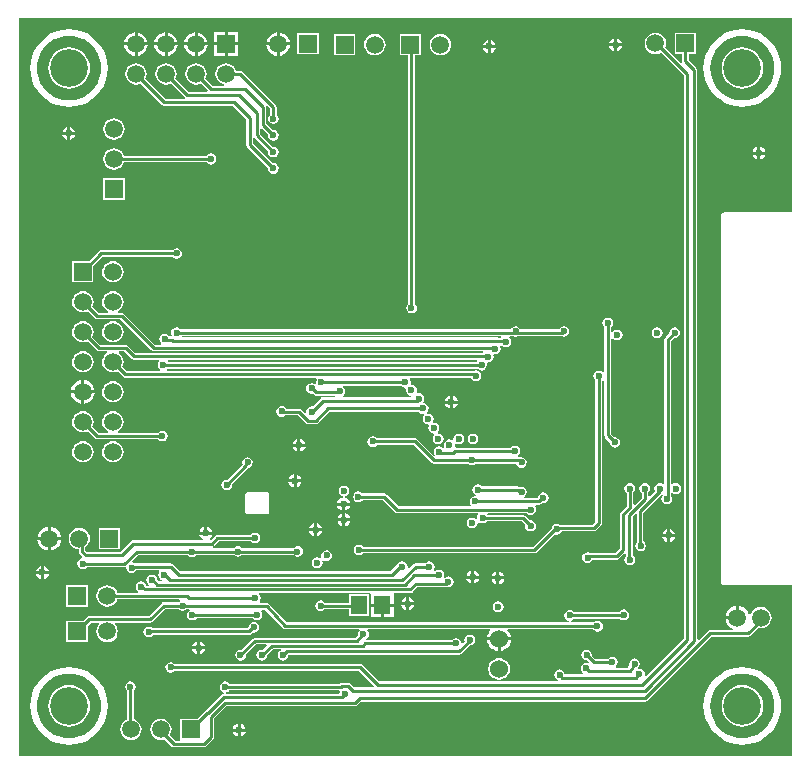
<source format=gbl>
%FSTAX23Y23*%
%MOIN*%
%SFA1B1*%

%IPPOS*%
%ADD10C,0.010000*%
%ADD82R,0.059060X0.059060*%
%ADD83C,0.059060*%
%ADD84C,0.060000*%
%ADD85R,0.059060X0.059060*%
%ADD86C,0.023620*%
%ADD87C,0.125980*%
%ADD88R,0.055120X0.059060*%
%LNmoveh_messkette_einseitig_v2-1*%
%LPD*%
G36*
X02587Y01822D02*
X02362D01*
X02357Y01821*
X02354Y01818*
X02351Y01815*
X02351Y01811*
Y0059*
X02351Y00586*
X02354Y00582*
X02357Y0058*
X02362Y00579*
X02587*
Y00011*
X00011*
Y02469*
X02587*
Y01822*
G37*
%LNmoveh_messkette_einseitig_v2-2*%
%LPC*%
G36*
X00879Y02422D02*
Y02388D01*
X00913*
X00912Y02393*
X00908Y02403*
X00902Y02411*
X00893Y02417*
X00884Y02421*
X00879Y02422*
G37*
G36*
X00739Y02422D02*
X00705D01*
Y02388*
X00739*
Y02422*
G37*
G36*
X00505Y02422D02*
Y02388D01*
X00539*
X00538Y02393*
X00534Y02403*
X00528Y02411*
X00519Y02417*
X0051Y02421*
X00505Y02422*
G37*
G36*
X00405D02*
Y02388D01*
X00439*
X00438Y02393*
X00434Y02403*
X00428Y02411*
X00419Y02417*
X0041Y02421*
X00405Y02422*
G37*
G36*
X00605D02*
Y02388D01*
X00639*
X00638Y02393*
X00634Y02403*
X00628Y02411*
X00619Y02417*
X0061Y02421*
X00605Y02422*
G37*
G36*
X00395D02*
X00389Y02421D01*
X0038Y02417*
X00371Y02411*
X00365Y02403*
X00361Y02393*
X0036Y02388*
X00395*
Y02422*
G37*
G36*
X00595D02*
X00589Y02421D01*
X0058Y02417*
X00571Y02411*
X00565Y02403*
X00561Y02393*
X0056Y02388*
X00595*
Y02422*
G37*
G36*
X00495D02*
X00489Y02421D01*
X0048Y02417*
X00471Y02411*
X00465Y02403*
X00461Y02393*
X0046Y02388*
X00495*
Y02422*
G37*
G36*
X00869D02*
X00863Y02421D01*
X00854Y02417*
X00845Y02411*
X00839Y02403*
X00835Y02393*
X00834Y02388*
X00869*
Y02422*
G37*
G36*
X00695Y02422D02*
X0066D01*
Y02388*
X00695*
Y02422*
G37*
G36*
X02004Y02402D02*
Y02386D01*
X0202*
X02019Y02389*
X02014Y02396*
X02007Y02401*
X02004Y02402*
G37*
G36*
X01994D02*
X0199Y02401D01*
X01983Y02396*
X01978Y02389*
X01977Y02386*
X01994*
Y02402*
G37*
G36*
X01582Y02396D02*
Y0238D01*
X01599*
X01598Y02383*
X01593Y0239*
X01586Y02395*
X01582Y02396*
G37*
G36*
X01572D02*
X01569Y02395D01*
X01562Y0239*
X01557Y02383*
X01556Y0238*
X01572*
Y02396*
G37*
G36*
X0202Y02376D02*
X02004D01*
Y02359*
X02007Y0236*
X02014Y02365*
X02019Y02372*
X0202Y02376*
G37*
G36*
X01994D02*
X01977D01*
X01978Y02372*
X01983Y02365*
X0199Y0236*
X01994Y02359*
Y02376*
G37*
G36*
X01599Y0237D02*
X01582D01*
Y02353*
X01586Y02354*
X01593Y02359*
X01598Y02366*
X01599Y0237*
G37*
G36*
X01572D02*
X01556D01*
X01557Y02366*
X01562Y02359*
X01569Y02354*
X01572Y02353*
Y0237*
G37*
G36*
X01009Y02418D02*
X00938D01*
Y02348*
X01009*
Y02418*
G37*
G36*
X01131Y02417D02*
X0106D01*
Y02346*
X01131*
Y02417*
G37*
G36*
X01414Y02417D02*
X01405Y02416D01*
X01397Y02412*
X01389Y02407*
X01384Y02399*
X0138Y02391*
X01379Y02381*
X0138Y02372*
X01384Y02364*
X01389Y02356*
X01397Y0235*
X01405Y02347*
X01414Y02346*
X01424Y02347*
X01432Y0235*
X0144Y02356*
X01445Y02364*
X01449Y02372*
X0145Y02381*
X01449Y02391*
X01445Y02399*
X0144Y02407*
X01432Y02412*
X01424Y02416*
X01414Y02417*
G37*
G36*
X01196D02*
X01187Y02416D01*
X01178Y02412*
X01171Y02407*
X01165Y02399*
X01161Y02391*
X0116Y02381*
X01161Y02372*
X01165Y02364*
X01171Y02356*
X01178Y0235*
X01187Y02347*
X01196Y02346*
X01205Y02347*
X01214Y0235*
X01221Y02356*
X01227Y02364*
X0123Y02372*
X01232Y02381*
X0123Y02391*
X01227Y02399*
X01221Y02407*
X01214Y02412*
X01205Y02416*
X01196Y02417*
G37*
G36*
X00595Y02378D02*
X0056D01*
X00561Y02373*
X00565Y02363*
X00571Y02355*
X0058Y02348*
X00589Y02344*
X00595Y02344*
Y02378*
G37*
G36*
X00495D02*
X0046D01*
X00461Y02373*
X00465Y02363*
X00471Y02355*
X0048Y02348*
X00489Y02344*
X00495Y02344*
Y02378*
G37*
G36*
X00395D02*
X0036D01*
X00361Y02373*
X00365Y02363*
X00371Y02355*
X0038Y02348*
X00389Y02344*
X00395Y02344*
Y02378*
G37*
G36*
X00913D02*
X00879D01*
Y02344*
X00884Y02344*
X00893Y02348*
X00902Y02355*
X00908Y02363*
X00912Y02373*
X00913Y02378*
G37*
G36*
X00869D02*
X00834D01*
X00835Y02373*
X00839Y02363*
X00845Y02355*
X00854Y02348*
X00863Y02344*
X00869Y02344*
Y02378*
G37*
G36*
X00639D02*
X00605D01*
Y02344*
X0061Y02344*
X00619Y02348*
X00628Y02355*
X00634Y02363*
X00638Y02373*
X00639Y02378*
G37*
G36*
X00539D02*
X00505D01*
Y02344*
X0051Y02344*
X00519Y02348*
X00528Y02355*
X00534Y02363*
X00538Y02373*
X00539Y02378*
G37*
G36*
X00439D02*
X00405D01*
Y02344*
X0041Y02344*
X00419Y02348*
X00428Y02355*
X00434Y02363*
X00438Y02373*
X00439Y02378*
G37*
G36*
X00739D02*
X00705D01*
Y02343*
X00739*
Y02378*
G37*
G36*
X00695D02*
X0066D01*
Y02343*
X00695*
Y02378*
G37*
G36*
X007Y02319D02*
X0069Y02317D01*
X00682Y02314*
X00674Y02308*
X00669Y02301*
X00665Y02292*
X00664Y02283*
X00665Y02274*
X00669Y02265*
X00674Y02258*
X00682Y02252*
X0069Y02248*
X00694Y02248*
X00694Y02243*
X00655*
X00631Y02267*
X00634Y02274*
X00635Y02283*
X00634Y02292*
X0063Y02301*
X00625Y02308*
X00617Y02314*
X00609Y02317*
X006Y02319*
X0059Y02317*
X00582Y02314*
X00574Y02308*
X00569Y02301*
X00565Y02292*
X00564Y02283*
X00565Y02274*
X00569Y02265*
X00574Y02258*
X00582Y02252*
X0059Y02248*
X006Y02247*
X00609Y02248*
X00616Y02251*
X00639Y02228*
X00636Y02223*
X00575*
X00531Y02267*
X00534Y02274*
X00535Y02283*
X00534Y02292*
X0053Y02301*
X00525Y02308*
X00517Y02314*
X00509Y02317*
X005Y02319*
X0049Y02317*
X00482Y02314*
X00474Y02308*
X00469Y02301*
X00465Y02292*
X00464Y02283*
X00465Y02274*
X00469Y02265*
X00474Y02258*
X00482Y02252*
X0049Y02248*
X005Y02247*
X00509Y02248*
X00516Y02251*
X00562Y02205*
X00562Y02203*
X0056Y022*
X00499*
X00431Y02267*
X00434Y02274*
X00435Y02283*
X00434Y02292*
X0043Y02301*
X00425Y02308*
X00417Y02314*
X00409Y02317*
X004Y02319*
X0039Y02317*
X00382Y02314*
X00374Y02308*
X00369Y02301*
X00365Y02292*
X00364Y02283*
X00365Y02274*
X00369Y02265*
X00374Y02258*
X00382Y02252*
X0039Y02248*
X004Y02247*
X00409Y02248*
X00416Y02251*
X00486Y02181*
X0049Y02178*
X00494Y02177*
X00723*
X00768Y02133*
Y02047*
Y02047*
X00769Y02042*
X00771Y02039*
X0084Y0197*
X0084Y01968*
X00841Y01961*
X00845Y01955*
X00851Y01951*
X00858Y0195*
X00865Y01951*
X00871Y01955*
X00874Y01961*
X00876Y01968*
X00874Y01975*
X00871Y01981*
X00865Y01985*
X00858Y01986*
X00856Y01986*
X0079Y02051*
Y02068*
X00794Y0207*
X00795Y0207*
X0084Y02025*
X0084Y02023*
X00841Y02016*
X00845Y0201*
X00851Y02006*
X00858Y02005*
X00865Y02006*
X00871Y0201*
X00874Y02016*
X00876Y02023*
X00874Y0203*
X00871Y02036*
X00865Y0204*
X00858Y02041*
X00856Y02041*
X00814Y02083*
Y02099*
X00819Y02102*
X0084Y0208*
X0084Y02078*
X00841Y02071*
X00845Y02065*
X00851Y02062*
X00858Y0206*
X00865Y02062*
X00871Y02065*
X00874Y02071*
X00876Y02078*
X00874Y02085*
X00871Y02091*
X00865Y02095*
X00858Y02096*
X00856Y02096*
X00833Y02118*
Y02173*
X00833Y02175*
X00838Y02177*
X00847Y02168*
Y02148*
X00845Y02147*
X00841Y02141*
X0084Y02134*
X00841Y02127*
X00845Y02122*
X00851Y02118*
X00858Y02116*
X00865Y02118*
X00871Y02122*
X00874Y02127*
X00876Y02134*
X00874Y02141*
X00871Y02147*
X00869Y02148*
Y02173*
X00868Y02177*
X00866Y02181*
X00755Y02291*
X00752Y02293*
X00748Y02294*
X00733*
X0073Y02301*
X00725Y02308*
X00717Y02314*
X00709Y02317*
X007Y02319*
G37*
G36*
X02421Y02432D02*
X02401Y0243D01*
X02381Y02426*
X02362Y02418*
X02345Y02407*
X02329Y02394*
X02316Y02379*
X02305Y02361*
X02298Y02343*
X02293Y02323*
X02291Y02303*
X02293Y02282*
X02298Y02263*
X02305Y02244*
X02316Y02227*
X02329Y02211*
X02345Y02198*
X02362Y02187*
X02381Y0218*
X02401Y02175*
X02421Y02173*
X02441Y02175*
X02461Y0218*
X0248Y02187*
X02497Y02198*
X02512Y02211*
X02525Y02227*
X02536Y02244*
X02544Y02263*
X02549Y02282*
X0255Y02303*
X02549Y02323*
X02544Y02343*
X02536Y02361*
X02525Y02379*
X02512Y02394*
X02497Y02407*
X0248Y02418*
X02461Y02426*
X02441Y0243*
X02421Y02432*
G37*
G36*
X00177D02*
X00156Y0243D01*
X00137Y02426*
X00118Y02418*
X00101Y02407*
X00085Y02394*
X00072Y02379*
X00061Y02361*
X00054Y02343*
X00049Y02323*
X00047Y02303*
X00049Y02282*
X00054Y02263*
X00061Y02244*
X00072Y02227*
X00085Y02211*
X00101Y02198*
X00118Y02187*
X00137Y0218*
X00156Y02175*
X00177Y02173*
X00197Y02175*
X00217Y0218*
X00235Y02187*
X00253Y02198*
X00268Y02211*
X00281Y02227*
X00292Y02244*
X003Y02263*
X00304Y02282*
X00306Y02303*
X00304Y02323*
X003Y02343*
X00292Y02361*
X00281Y02379*
X00268Y02394*
X00253Y02407*
X00235Y02418*
X00217Y02426*
X00197Y0243*
X00177Y02432*
G37*
G36*
X00181Y02106D02*
Y0209D01*
X00197*
X00196Y02094*
X00191Y02101*
X00184Y02106*
X00181Y02106*
G37*
G36*
X00171D02*
X00167Y02106D01*
X0016Y02101*
X00155Y02094*
X00154Y0209*
X00171*
Y02106*
G37*
G36*
X00197Y0208D02*
X00181D01*
Y02064*
X00184Y02065*
X00191Y02069*
X00196Y02077*
X00197Y0208*
G37*
G36*
X00171D02*
X00154D01*
X00155Y02077*
X0016Y02069*
X00167Y02065*
X00171Y02064*
Y0208*
G37*
G36*
X00326Y02135D02*
X00317Y02134D01*
X00308Y0213*
X00301Y02125*
X00295Y02117*
X00292Y02109*
X00291Y021*
X00292Y0209*
X00295Y02082*
X00301Y02074*
X00308Y02069*
X00317Y02065*
X00326Y02064*
X00336Y02065*
X00344Y02069*
X00352Y02074*
X00357Y02082*
X00361Y0209*
X00362Y021*
X00361Y02109*
X00357Y02117*
X00352Y02125*
X00344Y0213*
X00336Y02134*
X00326Y02135*
G37*
G36*
X02481Y0204D02*
Y02024D01*
X02497*
X02496Y02028*
X02492Y02035*
X02484Y0204*
X02481Y0204*
G37*
G36*
X02471D02*
X02467Y0204D01*
X0246Y02035*
X02455Y02028*
X02455Y02024*
X02471*
Y0204*
G37*
G36*
X02497Y02014D02*
X02481D01*
Y01998*
X02484Y01999*
X02492Y02003*
X02496Y02011*
X02497Y02014*
G37*
G36*
X02471D02*
X02455D01*
X02455Y02011*
X0246Y02003*
X02467Y01999*
X02471Y01998*
Y02014*
G37*
G36*
X00326Y02035D02*
X00317Y02034D01*
X00308Y0203*
X00301Y02025*
X00295Y02017*
X00292Y02009*
X00291Y02*
X00292Y0199*
X00295Y01982*
X00301Y01974*
X00308Y01969*
X00317Y01965*
X00326Y01964*
X00336Y01965*
X00344Y01969*
X00352Y01974*
X00357Y01982*
X0036Y01988*
X00635*
X00636Y01987*
X00642Y01983*
X00649Y01981*
X00656Y01983*
X00662Y01987*
X00666Y01993*
X00667Y02*
X00666Y02006*
X00662Y02012*
X00656Y02016*
X00649Y02018*
X00642Y02016*
X00636Y02012*
X00635Y02011*
X0036*
X00357Y02017*
X00352Y02025*
X00344Y0203*
X00336Y02034*
X00326Y02035*
G37*
G36*
X00362Y01935D02*
X00291D01*
Y01864*
X00362*
Y01935*
G37*
G36*
X00535Y01703D02*
X00528Y01701D01*
X00522Y01697*
X00521Y01696*
X00284*
X0028Y01695*
X00276Y01692*
X00242Y01659*
X00187*
Y01588*
X00258*
Y01643*
X00288Y01673*
X00521*
X00522Y01672*
X00528Y01668*
X00535Y01666*
X00542Y01668*
X00548Y01672*
X00552Y01678*
X00553Y01685*
X00552Y01691*
X00548Y01697*
X00542Y01701*
X00535Y01703*
G37*
G36*
X00323Y01659D02*
X00314Y01658D01*
X00305Y01654*
X00298Y01649*
X00292Y01641*
X00288Y01633*
X00287Y01623*
X00288Y01614*
X00292Y01606*
X00298Y01598*
X00305Y01593*
X00314Y01589*
X00323Y01588*
X00332Y01589*
X00341Y01593*
X00348Y01598*
X00354Y01606*
X00357Y01614*
X00359Y01623*
X00357Y01633*
X00354Y01641*
X00348Y01649*
X00341Y01654*
X00332Y01658*
X00323Y01659*
G37*
G36*
Y01559D02*
X00314Y01558D01*
X00305Y01554*
X00298Y01549*
X00292Y01541*
X00288Y01533*
X00287Y01523*
X00288Y01514*
X00292Y01506*
X00298Y01498*
X00305Y01493*
X00306Y01492*
X00305Y01487*
X00275*
X00254Y01507*
X00257Y01514*
X00259Y01523*
X00257Y01533*
X00254Y01541*
X00248Y01549*
X00241Y01554*
X00232Y01558*
X00223Y01559*
X00214Y01558*
X00205Y01554*
X00198Y01549*
X00192Y01541*
X00188Y01533*
X00187Y01523*
X00188Y01514*
X00192Y01506*
X00198Y01498*
X00205Y01493*
X00214Y01489*
X00223Y01488*
X00232Y01489*
X00239Y01492*
X00263Y01468*
X00266Y01466*
X0027Y01465*
X00348*
X00451Y01362*
X00451*
X00455Y01359*
X00459Y01358*
X00472*
X01555*
X01558Y01353*
X01557Y01353*
X00398*
X00374Y01377*
X0037Y0138*
X00366Y01381*
X00281*
X00254Y01407*
X00257Y01414*
X00259Y01423*
X00257Y01433*
X00254Y01441*
X00248Y01449*
X00241Y01454*
X00232Y01458*
X00223Y01459*
X00214Y01458*
X00205Y01454*
X00198Y01449*
X00192Y01441*
X00188Y01433*
X00187Y01423*
X00188Y01414*
X00192Y01406*
X00198Y01398*
X00205Y01393*
X00214Y01389*
X00223Y01388*
X00232Y01389*
X00239Y01392*
X00269Y01362*
X00272Y01359*
X00277Y01358*
X00302*
X00304Y01353*
X00298Y01349*
X00292Y01341*
X00288Y01333*
X00287Y01323*
X00288Y01314*
X00292Y01306*
X00298Y01298*
X00305Y01293*
X00314Y01289*
X00323Y01288*
X00332Y01289*
X00339Y01292*
X00356Y01274*
X0036Y01272*
X00364Y01271*
X01001*
X01004Y01266*
X01002Y01262*
X01Y01255*
X01001Y01251*
X01Y0125*
X00996Y01248*
X00992Y01251*
X00985Y01253*
X00978Y01251*
X00972Y01248*
X00968Y01242*
X00967Y01235*
X00968Y01228*
X00972Y01222*
X00978Y01218*
X00985Y01217*
X0099Y01218*
X00993Y01214*
X00997Y01212*
X01001Y01211*
X01063*
X01063Y01211*
X01061Y01206*
X01023*
X01018Y01205*
X01015Y01202*
X00987Y01174*
X00985Y01175*
X00978Y01173*
X00972Y01169*
X00968Y01163*
X00967Y01157*
X00967Y01155*
X00962Y01153*
X00952Y01164*
X00948Y01166*
X00944Y01167*
X00902*
X00899Y01171*
X00893Y01175*
X00886Y01176*
X00879Y01175*
X00874Y01171*
X0087Y01165*
X00868Y01158*
X0087Y01151*
X00874Y01145*
X00879Y01141*
X00886Y0114*
X00893Y01141*
X00898Y01145*
X00939*
X00965Y01119*
X00969Y01116*
X00973Y01115*
X00973*
X00999*
X00999*
X01003Y01116*
X01006Y01119*
X01044Y01157*
X01343*
X01344Y01155*
X0135Y01151*
X01357Y0115*
X01358Y0115*
X01359Y01148*
X0136Y01145*
X01357Y0114*
X01355Y01133*
X01357Y01126*
X01361Y01121*
X01367Y01117*
X01374Y01115*
X01374Y01115*
X01377Y01111*
X01375Y01109*
X01374Y01102*
X01375Y01095*
X01379Y01089*
X01385Y01085*
X01392Y01084*
X01392Y01084*
X01394Y01079*
X01394Y01079*
X0139Y01073*
X01389Y01066*
X0139Y01059*
X01394Y01054*
X014Y0105*
X01407Y01048*
X01414Y0105*
X0142Y01054*
X01424Y01059*
X01425Y01066*
X01424Y01073*
X0142Y01079*
X01414Y01083*
X01407Y01084*
X01407Y01084*
X01405Y01089*
X01405Y01089*
X01409Y01095*
X0141Y01102*
X01409Y01109*
X01405Y01115*
X01399Y01119*
X01392Y0112*
X01392Y0112*
X01389Y01124*
X0139Y01126*
X01392Y01133*
X0139Y0114*
X01386Y01146*
X0138Y0115*
X01374Y01151*
X01373Y01151*
X01371Y01153*
X0137Y01156*
X01373Y01161*
X01375Y01168*
X01373Y01175*
X0137Y01181*
X01364Y01185*
X01359Y01186*
X01356Y0119*
X01356Y01191*
X01359Y01194*
X0136Y01201*
X01359Y01208*
X01355Y01214*
X01349Y01218*
X01342Y01219*
X01339Y01219*
X01339Y01219*
X01336Y01223*
X01336Y01228*
X01335Y01235*
X01331Y01241*
X01325Y01245*
X01318Y01246*
X01318Y01246*
X01315Y0125*
X01316Y01255*
X01314Y01262*
X01312Y01266*
X01314Y01271*
X01515*
X01515Y0127*
X01519Y01264*
X01525Y0126*
X01532Y01259*
X01539Y0126*
X01545Y01264*
X01549Y0127*
X0155Y01277*
X01549Y01284*
X01545Y0129*
X01539Y01294*
X01532Y01295*
X01525Y01294*
X01524Y01293*
X00503*
X00502Y01298*
X00503Y013*
X00503Y013*
X00504Y01301*
X00505Y01301*
X01538*
X01539Y013*
X01545Y01296*
X01552Y01294*
X01559Y01296*
X01564Y013*
X01568Y01306*
X0157Y01313*
X01569Y01318*
X01571Y01321*
X01572Y01322*
X01574Y01322*
X01581Y01323*
X01587Y01327*
X01591Y01333*
X01592Y0134*
X01591Y01345*
X01595Y01349*
X01595Y01349*
X01597Y01349*
X01604Y0135*
X0161Y01354*
X01614Y0136*
X01615Y01367*
X01614Y01374*
X01612Y01376*
X01615Y0138*
X01619Y0138*
X01621Y01377*
X01626Y01374*
X01633Y01372*
X0164Y01374*
X01646Y01377*
X0165Y01383*
X01651Y0139*
X0165Y01397*
X01646Y01403*
X01644Y01405*
X01645Y0141*
X01656*
X01658Y01408*
X01665Y01407*
X01672Y01408*
X01674Y0141*
X01817*
X01819Y01408*
X01826Y01407*
X01833Y01408*
X01839Y01412*
X01843Y01418*
X01844Y01425*
X01843Y01432*
X01839Y01437*
X01833Y01441*
X01826Y01443*
X01819Y01441*
X01814Y01437*
X0181Y01432*
X01681*
X01678Y01437*
X01672Y01441*
X01665Y01443*
X01658Y01441*
X01652Y01437*
X01648Y01432*
X00549*
X00548Y01434*
X00542Y01437*
X00535Y01439*
X00528Y01437*
X00522Y01434*
X00518Y01428*
X00517Y01421*
X00518Y01414*
X00519Y01413*
X00516Y01408*
X00511*
X00508Y01412*
X00503Y01416*
X00496Y01417*
X00489Y01416*
X00483Y01412*
X00479Y01406*
X00478Y01399*
X00479Y01392*
X00483Y01386*
X00484Y01386*
X00482Y01381*
X00464*
X00361Y01484*
X00357Y01486*
X00353Y01487*
X0034*
X00339Y01492*
X00341Y01493*
X00348Y01498*
X00354Y01506*
X00357Y01514*
X00359Y01523*
X00357Y01533*
X00354Y01541*
X00348Y01549*
X00341Y01554*
X00332Y01558*
X00323Y01559*
G37*
G36*
X0135Y02417D02*
X01279D01*
Y02346*
X01307*
Y01517*
X01306Y01516*
X01302Y0151*
X013Y01503*
X01302Y01497*
X01306Y01491*
X01311Y01487*
X01318Y01485*
X01325Y01487*
X01331Y01491*
X01335Y01497*
X01336Y01503*
X01335Y0151*
X01331Y01516*
X0133Y01517*
Y02346*
X0135*
Y02417*
G37*
G36*
X02195Y01439D02*
X02188Y01437D01*
X02183Y01433*
X02179Y01427*
X02177Y0142*
X02178Y01419*
X02165Y01405*
X02162Y01402*
X02161Y01398*
Y00918*
X02156Y00915*
X02152Y00918*
X02146Y00919*
X02139Y00918*
X02133Y00914*
X02129Y00908*
X02128Y00901*
X02129Y00894*
X0213Y00892*
X02113Y00875*
X02108Y00877*
Y00888*
X02108Y00888*
X02112Y00894*
X02114Y00901*
X02112Y00908*
X02108Y00914*
X02102Y00918*
X02096Y00919*
X02089Y00918*
X02083Y00914*
X02079Y00908*
X02078Y00901*
X02079Y00894*
X02083Y00888*
X02086Y00886*
Y0087*
X02062Y00847*
X02058Y00849*
Y00888*
X02058Y00888*
X02062Y00894*
X02064Y00901*
X02062Y00908*
X02058Y00914*
X02052Y00918*
X02046Y00919*
X02039Y00918*
X02033Y00914*
X02029Y00908*
X02028Y00901*
X02029Y00894*
X02033Y00888*
X02036Y00886*
Y00843*
X02015Y00822*
X02013Y00819*
X02012Y00814*
Y00701*
X01997Y00686*
X01914*
X01912Y00687*
X01905Y00689*
X01898Y00687*
X01892Y00684*
X01888Y00678*
X01887Y00671*
X01888Y00664*
X01892Y00658*
X01898Y00654*
X01905Y00653*
X01912Y00654*
X01917Y00658*
X01921Y00664*
X02002*
X02006Y00665*
X0201Y00667*
X02028Y00686*
X02033Y00684*
Y00675*
X0203Y0067*
X02028Y00663*
X0203Y00656*
X02034Y0065*
X02039Y00646*
X02046Y00645*
X02053Y00646*
X02059Y0065*
X02063Y00656*
X02064Y00663*
X02063Y0067*
X02059Y00676*
X02056Y00678*
Y00809*
X02064Y00817*
X02069Y00815*
Y00722*
X02065Y00717*
X02064Y0071*
X02065Y00703*
X02069Y00697*
X02075Y00693*
X02082Y00692*
X02089Y00693*
X02095Y00697*
X02098Y00703*
X021Y0071*
X02098Y00717*
X02095Y00723*
X02091Y00725*
Y00821*
X02153Y00884*
X02158Y00882*
X02159Y0088*
X02156Y00878*
X02152Y00873*
X02151Y00866*
X02152Y00859*
X02156Y00853*
X02162Y00849*
X02169Y00848*
X02176Y00849*
X02182Y00853*
X02185Y00859*
X02187Y00866*
X02185Y00873*
X02183Y00876*
Y00885*
X02188Y00887*
X02193Y00884*
X02199Y00883*
X02206Y00884*
X02212Y00888*
X02216Y00894*
X02217Y00901*
X02216Y00908*
X02212Y00914*
X02206Y00918*
X02199Y00919*
X02193Y00918*
X02188Y00915*
X02183Y00918*
Y01393*
X02193Y01403*
X02195Y01402*
X02202Y01404*
X02208Y01408*
X02212Y01414*
X02213Y0142*
X02212Y01427*
X02208Y01433*
X02202Y01437*
X02195Y01439*
G37*
G36*
X02137Y01438D02*
X0213Y01437D01*
X02124Y01433*
X0212Y01427*
X02119Y0142*
X0212Y01413*
X02124Y01407*
X0213Y01403*
X02137Y01402*
X02144Y01403*
X02149Y01407*
X02153Y01413*
X02155Y0142*
X02153Y01427*
X02149Y01433*
X02144Y01437*
X02137Y01438*
G37*
G36*
X01972Y0147D02*
X01965Y01469D01*
X01959Y01465*
X01955Y01459*
X01954Y01452*
X01955Y01445*
X01959Y01439*
X01961Y01438*
Y01288*
X01956Y01286*
X01955Y01288*
X01949Y01292*
X01942Y01293*
X01935Y01292*
X01929Y01288*
X01925Y01282*
X01924Y01275*
X01925Y01268*
X01929Y01262*
X01931Y01261*
Y00791*
X0192Y00781*
X01811*
X01809Y00782*
X01802Y00783*
X01795Y00782*
X01789Y00778*
X01786Y00772*
X01785Y0077*
X01723Y00707*
X01157*
X01156Y00709*
X0115Y00713*
X01143Y00714*
X01136Y00713*
X0113Y00709*
X01127Y00703*
X01125Y00696*
X01127Y00689*
X0113Y00684*
X01136Y0068*
X01143Y00678*
X0115Y0068*
X01156Y00684*
X01157Y00685*
X01727*
X01727*
X01732Y00686*
X01735Y00688*
X01795Y00749*
X01795Y00749*
X01802Y00747*
X01809Y00749*
X01815Y00752*
X01819Y00758*
X01925*
X01929Y00759*
X01933Y00762*
X0195Y00779*
X01952Y00782*
X01953Y00787*
Y0126*
X01956Y01262*
X01961Y0126*
Y01078*
X01962Y01074*
X01964Y0107*
X01978Y01057*
X01978Y01055*
X01979Y01048*
X01983Y01042*
X01989Y01038*
X01996Y01037*
X02002Y01038*
X02008Y01042*
X02012Y01048*
X02014Y01055*
X02012Y01062*
X02008Y01067*
X02002Y01071*
X01996Y01073*
X01994Y01072*
X01983Y01083*
Y01402*
X01988Y01404*
X01991Y014*
X01997Y01396*
X02003Y01395*
X0201Y01396*
X02016Y014*
X0202Y01406*
X02022Y01413*
X0202Y0142*
X02016Y01426*
X0201Y0143*
X02003Y01431*
X01997Y0143*
X01991Y01426*
X01988Y01422*
X01983Y01423*
Y01438*
X01985Y01439*
X01989Y01445*
X0199Y01452*
X01989Y01459*
X01985Y01465*
X01979Y01469*
X01972Y0147*
G37*
G36*
X00323Y01459D02*
X00314Y01458D01*
X00305Y01454*
X00298Y01449*
X00292Y01441*
X00288Y01433*
X00287Y01423*
X00288Y01414*
X00292Y01406*
X00298Y01398*
X00305Y01393*
X00314Y01389*
X00323Y01388*
X00332Y01389*
X00341Y01393*
X00348Y01398*
X00354Y01406*
X00357Y01414*
X00359Y01423*
X00357Y01433*
X00354Y01441*
X00348Y01449*
X00341Y01454*
X00332Y01458*
X00323Y01459*
G37*
G36*
X00223Y01359D02*
X00214Y01358D01*
X00205Y01354*
X00198Y01349*
X00192Y01341*
X00188Y01333*
X00187Y01323*
X00188Y01314*
X00192Y01306*
X00198Y01298*
X00205Y01293*
X00214Y01289*
X00223Y01288*
X00232Y01289*
X00241Y01293*
X00248Y01298*
X00254Y01306*
X00257Y01314*
X00259Y01323*
X00257Y01333*
X00254Y01341*
X00248Y01349*
X00241Y01354*
X00232Y01358*
X00223Y01359*
G37*
G36*
X00228Y01263D02*
Y01228D01*
X00262*
X00261Y01234*
X00257Y01243*
X00251Y01252*
X00243Y01258*
X00233Y01262*
X00228Y01263*
G37*
G36*
X00218D02*
X00212Y01262D01*
X00203Y01258*
X00195Y01252*
X00188Y01243*
X00184Y01234*
X00184Y01228*
X00218*
Y01263*
G37*
G36*
X01455Y01211D02*
Y01194D01*
X01472*
X01471Y01198*
X01466Y01205*
X01459Y0121*
X01455Y01211*
G37*
G36*
X01445D02*
X01442Y0121D01*
X01435Y01205*
X0143Y01198*
X01429Y01194*
X01445*
Y01211*
G37*
G36*
X00323Y01259D02*
X00314Y01258D01*
X00305Y01254*
X00298Y01249*
X00292Y01241*
X00288Y01233*
X00287Y01223*
X00288Y01214*
X00292Y01206*
X00298Y01198*
X00305Y01193*
X00314Y01189*
X00323Y01188*
X00332Y01189*
X00341Y01193*
X00348Y01198*
X00354Y01206*
X00357Y01214*
X00359Y01223*
X00357Y01233*
X00354Y01241*
X00348Y01249*
X00341Y01254*
X00332Y01258*
X00323Y01259*
G37*
G36*
X00262Y01218D02*
X00228D01*
Y01184*
X00233Y01185*
X00243Y01189*
X00251Y01195*
X00257Y01204*
X00261Y01213*
X00262Y01218*
G37*
G36*
X00218D02*
X00184D01*
X00184Y01213*
X00188Y01204*
X00195Y01195*
X00203Y01189*
X00212Y01185*
X00218Y01184*
Y01218*
G37*
G36*
X01472Y01184D02*
X01455D01*
Y01168*
X01459Y01169*
X01466Y01174*
X01471Y01181*
X01472Y01184*
G37*
G36*
X01445D02*
X01429D01*
X0143Y01181*
X01435Y01174*
X01442Y01169*
X01445Y01168*
Y01184*
G37*
G36*
X00323Y01159D02*
X00314Y01158D01*
X00305Y01154*
X00298Y01149*
X00292Y01141*
X00288Y01133*
X00287Y01123*
X00288Y01114*
X00292Y01106*
X00298Y01098*
X00305Y01093*
X00306Y01092*
X00305Y01087*
X00275*
X00254Y01107*
X00257Y01114*
X00259Y01123*
X00257Y01133*
X00254Y01141*
X00248Y01149*
X00241Y01154*
X00232Y01158*
X00223Y01159*
X00214Y01158*
X00205Y01154*
X00198Y01149*
X00192Y01141*
X00188Y01133*
X00187Y01123*
X00188Y01114*
X00192Y01106*
X00198Y01098*
X00205Y01093*
X00214Y01089*
X00223Y01088*
X00232Y01089*
X00239Y01092*
X00262Y01068*
X00266Y01066*
X0027Y01065*
X00474*
X00475Y01063*
X00481Y01059*
X00488Y01058*
X00495Y01059*
X005Y01063*
X00504Y01069*
X00506Y01076*
X00504Y01083*
X005Y01089*
X00495Y01093*
X00488Y01094*
X00481Y01093*
X00475Y01089*
X00474Y01087*
X00341*
X0034Y01092*
X00341Y01093*
X00348Y01098*
X00354Y01106*
X00357Y01114*
X00359Y01123*
X00357Y01133*
X00354Y01141*
X00348Y01149*
X00341Y01154*
X00332Y01158*
X00323Y01159*
G37*
G36*
X01476Y01084D02*
X01469Y01083D01*
X01463Y01079*
X01459Y01073*
X01458Y01066*
X01458Y01065*
X01454Y01062*
X01451Y01063*
X01444Y01065*
X01437Y01063*
X01432Y0106*
X01428Y01054*
X01426Y01047*
X01428Y0104*
X01428Y0104*
X01424Y01037*
X01418Y01041*
X01411Y01042*
X01404Y01041*
X01398Y01037*
X01394Y01031*
X01393Y01024*
X01394Y01017*
X01396Y01014*
X01392Y01011*
X01338Y01065*
X01334Y01068*
X0133Y01069*
X01203*
X01202Y0107*
X01196Y01074*
X01189Y01076*
X01183Y01074*
X01177Y0107*
X01173Y01064*
X01171Y01058*
X01173Y01051*
X01177Y01045*
X01183Y01041*
X01189Y0104*
X01196Y01041*
X01202Y01045*
X01203Y01046*
X01326*
X01384Y00988*
X01388Y00985*
X01392Y00984*
X01505*
X01506Y00983*
X01512Y00979*
X01519Y00978*
X01526Y00979*
X01532Y00983*
X01533Y00984*
X01667*
X01668Y00981*
X01672Y00975*
X01678Y00971*
X01685Y0097*
X01691Y00971*
X01697Y00975*
X01701Y00981*
X01703Y00988*
X01701Y00995*
X01697Y01*
X01691Y01004*
X01685Y01006*
X01682Y01005*
X01681Y01006*
X01677Y01007*
X01674*
X01672Y01012*
X01675Y01013*
X01679Y01019*
X0168Y01026*
X01679Y01033*
X01675Y01039*
X01669Y01043*
X01662Y01044*
X01655Y01043*
X01649Y01039*
X01648Y01037*
X01465*
X01465Y01038*
X01462Y01042*
X01462Y01047*
X01462Y01048*
X01467Y01051*
X01469Y0105*
X01476Y01048*
X01483Y0105*
X01489Y01054*
X01493Y0106*
X01494Y01066*
X01493Y01073*
X01489Y01079*
X01483Y01083*
X01476Y01084*
G37*
G36*
X00948Y01067D02*
Y01051D01*
X00965*
X00964Y01054*
X00959Y01061*
X00952Y01066*
X00948Y01067*
G37*
G36*
X00938D02*
X00935Y01066D01*
X00928Y01061*
X00923Y01054*
X00922Y01051*
X00938*
Y01067*
G37*
G36*
X01523Y01084D02*
X01516Y01083D01*
X0151Y01079*
X01506Y01073*
X01505Y01066*
X01506Y01059*
X0151Y01054*
X01516Y0105*
X01523Y01048*
X0153Y0105*
X01536Y01054*
X0154Y01059*
X01541Y01066*
X0154Y01073*
X01536Y01079*
X0153Y01083*
X01523Y01084*
G37*
G36*
X00965Y01041D02*
X00948D01*
Y01025*
X00952Y01025*
X00959Y0103*
X00964Y01037*
X00965Y01041*
G37*
G36*
X00938D02*
X00922D01*
X00923Y01037*
X00928Y0103*
X00935Y01025*
X00938Y01025*
Y01041*
G37*
G36*
X00323Y01059D02*
X00314Y01058D01*
X00305Y01054*
X00298Y01049*
X00292Y01041*
X00288Y01033*
X00287Y01023*
X00288Y01014*
X00292Y01006*
X00298Y00998*
X00305Y00993*
X00314Y00989*
X00323Y00988*
X00332Y00989*
X00341Y00993*
X00348Y00998*
X00354Y01006*
X00357Y01014*
X00359Y01023*
X00357Y01033*
X00354Y01041*
X00348Y01049*
X00341Y01054*
X00332Y01058*
X00323Y01059*
G37*
G36*
X00223D02*
X00214Y01058D01*
X00205Y01054*
X00198Y01049*
X00192Y01041*
X00188Y01033*
X00187Y01023*
X00188Y01014*
X00192Y01006*
X00198Y00998*
X00205Y00993*
X00214Y00989*
X00223Y00988*
X00232Y00989*
X00241Y00993*
X00248Y00998*
X00254Y01006*
X00257Y01014*
X00259Y01023*
X00257Y01033*
X00254Y01041*
X00248Y01049*
X00241Y01054*
X00232Y01058*
X00223Y01059*
G37*
G36*
X00935Y00948D02*
Y00932D01*
X00951*
X0095Y00935*
X00945Y00942*
X00938Y00947*
X00935Y00948*
G37*
G36*
X00925D02*
X00921Y00947D01*
X00914Y00942*
X00909Y00935*
X00908Y00932*
X00925*
Y00948*
G37*
G36*
X00772Y01006D02*
X00765Y01004D01*
X00759Y01*
X00755Y00995*
X00754Y00988*
X00755Y00981*
X00704Y00931*
X00702Y00931*
X00695Y0093*
X00689Y00926*
X00686Y0092*
X00684Y00913*
X00686Y00906*
X00689Y009*
X00695Y00896*
X00702Y00895*
X00709Y00896*
X00715Y009*
X00719Y00906*
X0072Y00913*
X0072Y00915*
X00775Y0097*
X00775Y0097*
X00778Y00971*
X00784Y00975*
X00788Y00981*
X0079Y00988*
X00788Y00995*
X00784Y01*
X00778Y01004*
X00772Y01006*
G37*
G36*
X00951Y00922D02*
X00935D01*
Y00905*
X00938Y00906*
X00945Y00911*
X0095Y00918*
X00951Y00922*
G37*
G36*
X00925D02*
X00908D01*
X00909Y00918*
X00914Y00911*
X00921Y00906*
X00925Y00905*
Y00922*
G37*
G36*
X01093Y00911D02*
X01086Y0091D01*
X0108Y00906*
X01076Y009*
X01075Y00893*
X01076Y00886*
X0108Y0088*
X01086Y00877*
X0109Y00876*
X0109Y00871*
X01084Y00869*
X01076Y00865*
X01071Y00857*
X01071Y00854*
X01113*
X01113Y00857*
X01108Y00865*
X01101Y00869*
X01095Y00871*
Y00876*
X011Y00877*
X01106Y0088*
X0111Y00886*
X01111Y00893*
X0111Y009*
X01106Y00906*
X011Y0091*
X01093Y00911*
G37*
G36*
X01539Y00915D02*
X01532Y00914D01*
X01526Y0091*
X01522Y00904*
X01521Y00897*
X01522Y0089*
X01526Y00884*
X01532Y0088*
X01531Y00876*
X01524Y00874*
X01518Y00871*
X01514Y00865*
X01513Y00858*
X01514Y00851*
X01517Y00847*
X01514Y00842*
X01275*
X01236Y00881*
X01232Y00884*
X01228Y00885*
X01155*
X01154Y00886*
X01148Y0089*
X01141Y00892*
X01134Y0089*
X01128Y00886*
X01125Y0088*
X01123Y00874*
X01125Y00867*
X01128Y00861*
X01134Y00857*
X01141Y00855*
X01148Y00857*
X01154Y00861*
X01155Y00862*
X01223*
X01263Y00823*
X01266Y00821*
X0127Y0082*
X01539*
X01541Y00817*
X01541Y00815*
X01538Y0081*
X01537Y00803*
X01532Y008*
X01528Y00803*
X01521Y00804*
X01514Y00803*
X01508Y00799*
X01504Y00793*
X01503Y00786*
X01504Y00779*
X01508Y00773*
X01514Y00769*
X01521Y00768*
X01528Y00769*
X01534Y00773*
X01538Y00779*
X01539Y00786*
X01544Y00789*
X01548Y00786*
X01555Y00785*
X01562Y00786*
X01567Y0079*
X01569Y00792*
X01685*
X01697Y00779*
X01697Y00777*
X01698Y0077*
X01702Y00764*
X01708Y0076*
X01715Y00759*
X01722Y0076*
X01728Y00764*
X01732Y0077*
X01733Y00777*
X01732Y00784*
X01728Y0079*
X01722Y00794*
X01715Y00795*
X01713Y00795*
X01697Y00811*
X01694Y00813*
X0169Y00814*
X01573*
X01571Y00815*
X01572Y00817*
X01574Y0082*
X01701*
X01702Y00818*
X01708Y00814*
X01715Y00813*
X01722Y00814*
X01728Y00818*
X01732Y00824*
X01733Y00831*
X01732Y00838*
X01729Y00842*
X01732Y00847*
X01742*
X01746Y00848*
X0175Y0085*
X01752Y00853*
X01757Y00852*
X01764Y00853*
X0177Y00857*
X01774Y00863*
X01775Y0087*
X01774Y00876*
X0177Y00882*
X01764Y00886*
X01757Y00888*
X0175Y00886*
X01745Y00882*
X01741Y00876*
X0174Y00871*
X01737Y00869*
X01695*
X01694Y00874*
X01697Y00876*
X01701Y00882*
X01703Y00889*
X01701Y00896*
X01697Y00902*
X01691Y00906*
X01685Y00907*
X01679Y00906*
X01677Y00907*
X01673Y00908*
X01553*
X01552Y0091*
X01546Y00914*
X01539Y00915*
G37*
G36*
X01113Y00844D02*
X01097D01*
Y00828*
X01101Y00828*
X01108Y00833*
X01113Y0084*
X01113Y00844*
G37*
G36*
X01087D02*
X01071D01*
X01071Y0084*
X01076Y00833*
X01084Y00828*
X01087Y00828*
Y00844*
G37*
G36*
X00837Y00889D02*
X00771D01*
X00766Y00887*
X00764Y00882*
Y00822*
X00766Y00817*
X00771Y00815*
X00837*
X00842Y00817*
X00844Y00822*
Y00882*
X00842Y00887*
X00837Y00889*
G37*
G36*
X01098Y00818D02*
Y00802D01*
X01114*
X01114Y00805*
X01109Y00812*
X01102Y00817*
X01098Y00818*
G37*
G36*
X01088D02*
X01084Y00817D01*
X01077Y00812*
X01072Y00805*
X01072Y00802*
X01088*
Y00818*
G37*
G36*
X01114Y00792D02*
X01098D01*
Y00776*
X01102Y00776*
X01109Y00781*
X01114Y00788*
X01114Y00792*
G37*
G36*
X01088D02*
X01072D01*
X01072Y00788*
X01077Y00781*
X01084Y00776*
X01088Y00776*
Y00792*
G37*
G36*
X01004Y00786D02*
Y00769D01*
X0102*
X01019Y00773*
X01014Y0078*
X01007Y00785*
X01004Y00786*
G37*
G36*
X00994D02*
X0099Y00785D01*
X00983Y0078*
X00978Y00773*
X00977Y00769*
X00994*
Y00786*
G37*
G36*
X00637Y00774D02*
Y00757D01*
X00654*
X00653Y00761*
X00648Y00768*
X00641Y00773*
X00637Y00774*
G37*
G36*
X00627D02*
X00624Y00773D01*
X00617Y00768*
X00612Y00761*
X00611Y00757*
X00627*
Y00774*
G37*
G36*
X02181Y00766D02*
Y0075D01*
X02197*
X02196Y00753*
X02191Y0076*
X02184Y00765*
X02181Y00766*
G37*
G36*
X02171D02*
X02167Y00765D01*
X0216Y0076*
X02155Y00753*
X02154Y0075*
X02171*
Y00766*
G37*
G36*
X0102Y00759D02*
X01004D01*
Y00743*
X01007Y00744*
X01014Y00749*
X01019Y00756*
X0102Y00759*
G37*
G36*
X00994D02*
X00977D01*
X00978Y00756*
X00983Y00749*
X0099Y00744*
X00994Y00743*
Y00759*
G37*
G36*
X00116Y00773D02*
Y00739D01*
X0015*
X00149Y00744*
X00145Y00754*
X00139Y00762*
X0013Y00768*
X00121Y00772*
X00116Y00773*
G37*
G36*
X00106D02*
X001Y00772D01*
X00091Y00768*
X00082Y00762*
X00076Y00754*
X00072Y00744*
X00071Y00739*
X00106*
Y00773*
G37*
G36*
X02197Y0074D02*
X02181D01*
Y00723*
X02184Y00724*
X02191Y00729*
X02196Y00736*
X02197Y0074*
G37*
G36*
X02171D02*
X02154D01*
X02155Y00736*
X0216Y00729*
X02167Y00724*
X02171Y00723*
Y0074*
G37*
G36*
X00211Y00769D02*
X00201Y00768D01*
X00193Y00765*
X00185Y00759*
X0018Y00752*
X00176Y00743*
X00175Y00734*
X00176Y00725*
X0018Y00716*
X00185Y00708*
X00193Y00703*
X00201Y00699*
X00209Y00698*
Y00691*
X0021Y00686*
X00212Y00683*
X00221Y00674*
X00219Y00669*
X00215Y00668*
X00209Y00664*
X00205Y00658*
X00204Y00651*
X00205Y00644*
X00209Y00638*
X00215Y00634*
X00222Y00633*
X00229Y00634*
X00235Y00638*
X00236Y0064*
X00361*
X00363Y0064*
X00366Y00638*
X00367Y00637*
X00367Y00636*
X00369Y0063*
X00373Y00625*
X00378Y00621*
X00385Y00619*
X00392Y00621*
X00398Y00625*
X00401Y00629*
X00475*
X00477Y00624*
X00475Y00621*
X00474Y00614*
X00475Y00607*
X00479Y00601*
X00484Y00597*
X00485Y00597*
X00482Y00592*
X00475*
X0047Y00597*
X00469Y00602*
X00465Y00608*
X00459Y00612*
X00452Y00613*
X00445Y00612*
X00439Y00608*
X00436Y00602*
X00434Y00595*
X00436Y00588*
X00439Y00583*
X00442Y00581*
X00441Y00576*
X00435*
X00434Y00581*
X0043Y00587*
X00424Y00591*
X00417Y00592*
X0041Y00591*
X00404Y00587*
X004Y00581*
X00399Y00574*
X004Y00567*
X00404Y00562*
X00408Y00559*
X00406Y00554*
X00337*
X00335Y00561*
X00329Y00568*
X00322Y00574*
X00313Y00577*
X00304Y00579*
X00294Y00577*
X00286Y00574*
X00278Y00568*
X00273Y00561*
X00269Y00552*
X00268Y00543*
X00269Y00534*
X00273Y00525*
X00278Y00518*
X00286Y00512*
X00294Y00508*
X00304Y00507*
X00313Y00508*
X00322Y00512*
X00329Y00518*
X00335Y00525*
X00337Y00532*
X00544*
X00546Y00527*
X00542Y00524*
X00541Y00522*
X00493*
X00488Y00522*
X00485Y00519*
X00442Y00476*
X00244*
X0024Y00475*
X00236Y00473*
X00223Y0046*
X00168*
Y00389*
X00239*
Y00444*
X00249Y00454*
X00276*
X00278Y00449*
X00273Y00443*
X00269Y00434*
X00268Y00425*
X00269Y00415*
X00273Y00407*
X00278Y00399*
X00286Y00394*
X00294Y0039*
X00304Y00389*
X00313Y0039*
X00322Y00394*
X00329Y00399*
X00335Y00407*
X00338Y00415*
X00339Y00425*
X00338Y00434*
X00335Y00443*
X0033Y00449*
X00331Y00454*
X00446*
X00451Y00455*
X00454Y00457*
X00497Y005*
X00541*
X00542Y00499*
X00548Y00495*
X00555Y00493*
X00562Y00495*
X00567Y00499*
X00569Y005*
X00578*
X00579Y00495*
X00575Y00493*
X00571Y00487*
X0057Y0048*
X00571Y00473*
X00575Y00467*
X00581Y00463*
X00588Y00462*
X00595Y00463*
X00601Y00467*
X00603Y0047*
X00789*
X0079Y00468*
X00796Y00464*
X00803Y00463*
X0081Y00464*
X00815Y00468*
X00819Y00474*
X00821Y00481*
X00819Y00488*
X00817Y00492*
X00819Y00497*
X0083*
X0089Y00437*
X00894Y00434*
X00898Y00433*
X01143*
X01144Y0043*
X01145Y00428*
X01141Y00423*
X0114Y00416*
X0114Y00414*
X01131Y00404*
X00797*
X00792Y00403*
X00789Y00401*
X0075Y00363*
X00748Y00363*
X00742Y00362*
X00736Y00358*
X00732Y00352*
X0073Y00345*
X00732Y00338*
X00736Y00332*
X00742Y00328*
X00748Y00327*
X00755Y00328*
X00761Y00332*
X00765Y00338*
X00767Y00345*
X00766Y00347*
X00801Y00382*
X00834*
X00836Y00377*
X00821Y00363*
X00819Y00363*
X00812Y00362*
X00807Y00358*
X00803Y00352*
X00801Y00345*
X00803Y00338*
X00807Y00332*
X00812Y00328*
X00819Y00327*
X00826Y00328*
X00832Y00332*
X00836Y00338*
X00837Y00345*
X00837Y00347*
X00856Y00366*
X00882*
X00882Y00365*
X00882Y00361*
X00877Y00358*
X00873Y00352*
X00872Y00345*
X00873Y00338*
X00877Y00332*
X00883Y00328*
X0089Y00327*
X00897Y00328*
X00903Y00332*
X00907Y00338*
X00908Y00345*
X0091Y00347*
X01477*
X01481Y00348*
X01485Y0035*
X01514Y00378*
X01519Y0038*
X01525Y00383*
X01529Y00389*
X0153Y00396*
X01529Y00403*
X01525Y00409*
X01519Y00413*
X01512Y00414*
X01505Y00413*
X01499Y00409*
X01496Y00403*
X01494Y00396*
X01495Y00391*
X01489Y00385*
X01484Y00387*
X01483Y00391*
X01479Y00397*
X01473Y00401*
X01466Y00403*
X01459Y00401*
X01453Y00397*
X01452Y00396*
X01169*
X01167Y00401*
X01171Y00403*
X01175Y00409*
X01176Y00416*
X01175Y00423*
X01171Y00428*
X01171Y0043*
X01173Y00433*
X0158*
X01582Y00429*
X01581Y00428*
X01575Y0042*
X01571Y0041*
X0157Y00405*
X01649*
X01649Y0041*
X01645Y0042*
X01638Y00428*
X01638Y00429*
X01639Y00433*
X01923*
X01926Y0043*
X01932Y00426*
X01938Y00424*
X01945Y00426*
X01951Y0043*
X01955Y00436*
X01957Y00442*
X01955Y00449*
X01951Y00455*
X01945Y00459*
X01938Y0046*
X01932Y00459*
X01926Y00456*
X0185*
X01849Y00461*
X01852Y00461*
X01858Y00465*
X01859Y00467*
X02013*
X02018Y00463*
X02025Y00462*
X02032Y00463*
X02038Y00467*
X02042Y00473*
X02043Y0048*
X02042Y00487*
X02038Y00493*
X02032Y00497*
X02025Y00498*
X02018Y00497*
X02012Y00493*
X0201Y00489*
X01859*
X01858Y00491*
X01852Y00495*
X01846Y00496*
X01839Y00495*
X01833Y00491*
X01829Y00485*
X01828Y00478*
X01829Y00471*
X01833Y00465*
X01839Y00461*
X01842Y00461*
X01841Y00456*
X00903*
X00843Y00516*
X00839Y00518*
X00835Y00519*
X00814*
X00812Y00524*
X00814Y00528*
X00816Y00535*
X00814Y00542*
X00811Y00548*
X00809Y00549*
X00811Y00554*
X01179*
X01183Y00549*
Y00517*
X01221*
X01259*
Y00549*
Y00552*
X01263Y00554*
X01314*
X01319Y00554*
X01322Y00557*
X01338Y00572*
X01435*
X01438Y00573*
X01441Y00572*
X01448Y00573*
X01454Y00577*
X01458Y00583*
X01459Y0059*
X01458Y00597*
X01454Y00603*
X01448Y00607*
X01441Y00608*
X01435Y00607*
X0143Y00604*
X01429Y00604*
X01426Y00607*
X01427Y00613*
X01426Y0062*
X01422Y00625*
X01416Y00629*
X01409Y00631*
X01402Y00629*
X01397Y00626*
X01395Y00626*
X01393Y0063*
X01393Y00632*
X01394Y00634*
X01396Y00641*
X01394Y00647*
X0139Y00653*
X01384Y00657*
X01377Y00659*
X01371Y00657*
X01365Y00653*
X01364Y00652*
X01332*
X01328Y00651*
X01324Y00648*
X01309Y00633*
X01304Y00636*
X01305Y0064*
X01304Y00647*
X013Y00653*
X01294Y00657*
X01287Y00658*
X0128Y00657*
X01274Y00653*
X0127Y00647*
X0127Y00647*
X01248Y00625*
X00547*
X00524Y00648*
X0052Y00651*
X00516Y00652*
X00396*
X00392Y00654*
X00388Y00655*
X00386Y0066*
X00406Y0068*
X00573*
X00574Y00678*
X0058Y00674*
X00587Y00672*
X00594Y00674*
X006Y00678*
X00602Y0068*
X00725*
X00726Y00678*
X00732Y00675*
X00739Y00673*
X00746Y00675*
X00751Y00678*
X00753Y0068*
X00925*
X00926Y00679*
X00932Y00675*
X00938Y00673*
X00945Y00675*
X00951Y00679*
X00955Y00685*
X00957Y00691*
X00955Y00698*
X00951Y00704*
X00945Y00708*
X00938Y00709*
X00932Y00708*
X00926Y00704*
X00925Y00703*
X00752*
X00751Y00704*
X00746Y00708*
X00739Y00709*
X00732Y00708*
X00726Y00704*
X00725Y00703*
X00658*
X00658Y00704*
X00657Y00708*
X0066Y00709*
X00675Y00725*
X00782*
X00783Y00723*
X00789Y00719*
X00796Y00718*
X00803Y00719*
X00809Y00723*
X00813Y00729*
X00814Y00736*
X00813Y00743*
X00809Y00749*
X00803Y00753*
X00796Y00754*
X00789Y00753*
X00783Y00749*
X00782Y00747*
X00671*
X00667Y00746*
X00663Y00744*
X00649Y0073*
X00648Y00731*
X00647Y00736*
X00648Y00737*
X00653Y00744*
X00654Y00747*
X00611*
X00612Y00744*
X00617Y00737*
X00622Y00733*
X0062Y00728*
X00391*
X00387Y00728*
X00384Y00725*
X00347Y00689*
X00237*
X00231Y00695*
Y00705*
X00236Y00708*
X00241Y00716*
X00245Y00725*
X00246Y00734*
X00245Y00743*
X00241Y00752*
X00236Y00759*
X00228Y00765*
X0022Y00768*
X00211Y00769*
G37*
G36*
X00346Y00769D02*
X00275D01*
Y00698*
X00346*
Y00769*
G37*
G36*
X00106Y00729D02*
X00071D01*
X00072Y00723*
X00076Y00714*
X00082Y00706*
X00091Y00699*
X001Y00695*
X00106Y00695*
Y00729*
G37*
G36*
X0015D02*
X00116D01*
Y00695*
X00121Y00695*
X0013Y00699*
X00139Y00706*
X00145Y00714*
X00149Y00723*
X0015Y00729*
G37*
G36*
X01035Y00696D02*
X01028Y00694D01*
X01022Y0069*
X01018Y00684*
X01017Y00678*
X01018Y00672*
X01016Y00669*
X01014Y00668*
X0101Y00671*
X01003Y00672*
X00997Y00671*
X00991Y00667*
X00987Y00661*
X00985Y00654*
X00987Y00647*
X00991Y00641*
X00997Y00637*
X01003Y00636*
X0101Y00637*
X01016Y00641*
X0102Y00647*
X01022Y00654*
X0102Y0066*
X01023Y00662*
X01024Y00663*
X01028Y00661*
X01035Y00659*
X01042Y00661*
X01048Y00665*
X01052Y00671*
X01053Y00678*
X01052Y00684*
X01048Y0069*
X01042Y00694*
X01035Y00696*
G37*
G36*
X00093Y00643D02*
Y00627D01*
X00109*
X00109Y0063*
X00104Y00637*
X00097Y00642*
X00093Y00643*
G37*
G36*
X00083D02*
X0008Y00642D01*
X00072Y00637*
X00068Y0063*
X00067Y00627*
X00083*
Y00643*
G37*
G36*
X01527Y00627D02*
Y00611D01*
X01543*
X01543Y00614*
X01538Y00622*
X01531Y00626*
X01527Y00627*
G37*
G36*
X01517D02*
X01514Y00626D01*
X01506Y00622*
X01502Y00614*
X01501Y00611*
X01517*
Y00627*
G37*
G36*
X01611Y00624D02*
Y00608D01*
X01627*
X01626Y00611*
X01622Y00619*
X01614Y00623*
X01611Y00624*
G37*
G36*
X01601D02*
X01597Y00623D01*
X0159Y00619*
X01585Y00611*
X01585Y00608*
X01601*
Y00624*
G37*
G36*
X00109Y00617D02*
X00093D01*
Y006*
X00097Y00601*
X00104Y00606*
X00109Y00613*
X00109Y00617*
G37*
G36*
X00083D02*
X00067D01*
X00068Y00613*
X00072Y00606*
X0008Y00601*
X00083Y006*
Y00617*
G37*
G36*
X01543Y00601D02*
X01527D01*
Y00585*
X01531Y00585*
X01538Y0059*
X01543Y00597*
X01543Y00601*
G37*
G36*
X01517D02*
X01501D01*
X01502Y00597*
X01506Y0059*
X01514Y00585*
X01517Y00585*
Y00601*
G37*
G36*
X01627Y00598D02*
X01611D01*
Y00582*
X01614Y00582*
X01622Y00587*
X01626Y00594*
X01627Y00598*
G37*
G36*
X01601D02*
X01585D01*
X01585Y00594*
X0159Y00587*
X01597Y00582*
X01601Y00582*
Y00598*
G37*
G36*
X01311Y00538D02*
Y00522D01*
X01327*
X01326Y00526*
X01321Y00533*
X01314Y00538*
X01311Y00538*
G37*
G36*
X01301D02*
X01297Y00538D01*
X0129Y00533*
X01285Y00526*
X01284Y00522*
X01301*
Y00538*
G37*
G36*
X01176Y00548D02*
X01109D01*
Y00521*
X01029*
X01028Y00523*
X01022Y00527*
X01015Y00528*
X01008Y00527*
X01002Y00523*
X00999Y00517*
X00997Y0051*
X00999Y00503*
X01002Y00498*
X01008Y00494*
X01015Y00492*
X01022Y00494*
X01028Y00498*
X01029Y00499*
X01109*
Y00477*
X01176*
Y00548*
G37*
G36*
X00239Y00578D02*
X00168D01*
Y00507*
X00239*
Y00578*
G37*
G36*
X01327Y00512D02*
X01311D01*
Y00496*
X01314Y00497*
X01321Y00501*
X01326Y00509*
X01327Y00512*
G37*
G36*
X01301D02*
X01284D01*
X01285Y00509*
X0129Y00501*
X01297Y00497*
X01301Y00496*
Y00512*
G37*
G36*
X01607Y00525D02*
X016Y00524D01*
X01594Y0052*
X0159Y00514*
X01589Y00507*
X0159Y005*
X01594Y00495*
X016Y00491*
X01607Y00489*
X01614Y00491*
X0162Y00495*
X01623Y005*
X01625Y00507*
X01623Y00514*
X0162Y0052*
X01614Y00524*
X01607Y00525*
G37*
G36*
X02399Y0051D02*
X02394Y00509D01*
X02384Y00505*
X02376Y00499*
X0237Y00491*
X02366Y00481*
X02365Y00476*
X02399*
Y0051*
G37*
G36*
X01259Y00507D02*
X01226D01*
Y00473*
X01259*
Y00507*
G37*
G36*
X01216D02*
X01183D01*
Y00473*
X01216*
Y00507*
G37*
G36*
X00793Y00457D02*
X00786Y00455D01*
X0078Y00451*
X00776Y00445*
X00775Y0044*
X00771Y00436*
X00455*
X00449Y00439*
X00442Y00441*
X00436Y00439*
X0043Y00436*
X00426Y0043*
X00424Y00423*
X00426Y00416*
X0043Y0041*
X00436Y00406*
X00442Y00405*
X00449Y00406*
X00455Y0041*
X00458Y00414*
X00775*
X0078Y00414*
X00783Y00417*
X00788Y00421*
X00793Y0042*
X008Y00422*
X00806Y00426*
X0081Y00432*
X00811Y00438*
X0081Y00445*
X00806Y00451*
X008Y00455*
X00793Y00457*
G37*
G36*
X02131Y02421D02*
X02122Y0242D01*
X02113Y02416*
X02106Y02411*
X021Y02403*
X02096Y02395*
X02095Y02385*
X02096Y02376*
X021Y02367*
X02106Y0236*
X02113Y02354*
X02122Y02351*
X02131Y0235*
X0214Y02351*
X02149Y02354*
X02149Y02355*
X02226Y02278*
X02226Y00401*
X021Y00275*
X02095Y00278*
X02096Y00282*
X02095Y00289*
X02091Y00295*
X02085Y00299*
X02078Y003*
X02076Y003*
X02074Y00304*
X02074Y00305*
X02078Y00311*
X0208Y00317*
X02078Y00324*
X02074Y0033*
X02068Y00334*
X02062Y00335*
X02055Y00334*
X02049Y0033*
X02045Y00324*
X02043Y00317*
X02044Y00312*
X02039Y00304*
X02001*
X02Y00309*
X02Y0031*
X02004Y00315*
X02006Y00322*
X02004Y00329*
X02Y00335*
X01995Y00339*
X01988Y0034*
X01981Y00339*
X01975Y00335*
X01974Y00333*
X0193*
X01919Y00344*
X0192Y00346*
X01918Y00353*
X01914Y00359*
X01909Y00363*
X01902Y00364*
X01895Y00363*
X01889Y00359*
X01885Y00353*
X01884Y00346*
X01885Y00339*
X01889Y00333*
X01895Y00329*
X01902Y00328*
X01904Y00328*
X01909Y00323*
X01907Y00319*
X01901Y0032*
X01894Y00318*
X01888Y00314*
X01884Y00309*
X01883Y00302*
X01884Y00295*
X01888Y00289*
X01891Y00287*
X01889Y00282*
X01829*
X01828Y00287*
X01824Y00293*
X01818Y00297*
X01812Y00298*
X01805Y00297*
X01799Y00293*
X01795Y00287*
X01793Y0028*
X01795Y00273*
X01799Y00267*
X01805Y00263*
X01808Y00263*
X01807Y00258*
X0121*
X01155Y00312*
X01151Y00315*
X01147Y00316*
X00529*
X00528Y00317*
X00522Y00321*
X00515Y00323*
X00508Y00321*
X00502Y00317*
X00499Y00312*
X00497Y00305*
X00499Y00298*
X00502Y00292*
X00508Y00288*
X00515Y00287*
X00522Y00288*
X00528Y00292*
X00529Y00294*
X01143*
X01193Y00243*
X01191Y00238*
X01127*
X01115Y00251*
X01111Y00253*
X01107Y00254*
X01085*
X01081Y00253*
X01077Y00251*
X00711*
X0071Y00253*
X00705Y00256*
X00698Y00258*
X00691Y00256*
X00685Y00253*
X00681Y00247*
X0068Y0024*
X00681Y00233*
X00685Y00227*
X00691Y00223*
X00693Y00218*
X00693Y00217*
X00688Y00216*
X00685Y00214*
X00633Y00162*
X0063Y0016*
X00603Y00133*
X00548*
Y00062*
X00544Y0006*
X00531*
X00513Y00078*
X00514Y0008*
X00518Y00089*
X00519Y00098*
X00518Y00107*
X00514Y00116*
X00508Y00123*
X00501Y00129*
X00492Y00132*
X00483Y00134*
X00474Y00132*
X00465Y00129*
X00458Y00123*
X00452Y00116*
X00449Y00107*
X00447Y00098*
X00449Y00089*
X00452Y0008*
X00458Y00073*
X00465Y00067*
X00474Y00063*
X00483Y00062*
X00492Y00063*
X00495Y00064*
X00518Y00041*
X00522Y00038*
X00526Y00038*
X00625*
X0063Y00038*
X00633Y00041*
X00657Y00065*
X00659Y00068*
X0066Y00072*
Y00136*
X007Y00175*
X01129*
X01134Y00176*
X01137Y00179*
X0115Y00191*
X02098*
X02102Y00192*
X02106Y00194*
X02318Y00407*
X02439*
X02444Y00408*
X02447Y0041*
X02474Y00436*
X02483Y00435*
X02492Y00436*
X02501Y0044*
X02508Y00446*
X02514Y00453*
X02517Y00462*
X02519Y00471*
X02517Y0048*
X02514Y00489*
X02508Y00496*
X02501Y00502*
X02492Y00505*
X02483Y00507*
X02474Y00505*
X02465Y00502*
X02458Y00496*
X02452Y00489*
X02448Y0048*
X02448Y00478*
X02443*
X02443Y00481*
X02439Y00491*
X02432Y00499*
X02424Y00505*
X02414Y00509*
X02409Y0051*
Y00471*
X02404*
Y00466*
X02365*
X02366Y00461*
X0237Y00451*
X02376Y00443*
X02384Y00436*
X0239Y00434*
X02389Y00429*
X02313*
X02309Y00428*
X02306Y00426*
X02276Y00397*
X02271Y00399*
Y00445*
Y02215*
Y02296*
X02271Y023*
X02268Y02304*
X02242Y0233*
Y0235*
X02266*
Y02421*
X02195*
Y0235*
X0222*
Y02325*
X0222Y02322*
X02216Y02319*
X02216Y02319*
X02164Y02372*
X02165Y02376*
X02167Y02385*
X02165Y02395*
X02162Y02403*
X02156Y02411*
X02149Y02416*
X0214Y0242*
X02131Y02421*
G37*
G36*
X00614Y00392D02*
Y00376D01*
X0063*
X00629Y00379*
X00624Y00386*
X00617Y00391*
X00614Y00392*
G37*
G36*
X00604D02*
X006Y00391D01*
X00593Y00386*
X00588Y00379*
X00588Y00376*
X00604*
Y00392*
G37*
G36*
X01649Y00395D02*
X01615D01*
Y0036*
X0162Y00361*
X0163Y00365*
X01638Y00371*
X01645Y0038*
X01649Y00389*
X01649Y00395*
G37*
G36*
X01605D02*
X0157D01*
X01571Y00389*
X01575Y0038*
X01581Y00371*
X0159Y00365*
X01599Y00361*
X01605Y0036*
Y00395*
G37*
G36*
X0063Y00366D02*
X00614D01*
Y00349*
X00617Y0035*
X00624Y00355*
X00629Y00362*
X0063Y00366*
G37*
G36*
X00604D02*
X00588D01*
X00588Y00362*
X00593Y00355*
X006Y0035*
X00604Y00349*
Y00366*
G37*
G36*
X0161Y00336D02*
X016Y00335D01*
X01592Y00331*
X01584Y00325*
X01578Y00318*
X01575Y00309*
X01574Y003*
X01575Y0029*
X01578Y00282*
X01584Y00274*
X01592Y00268*
X016Y00265*
X0161Y00263*
X01619Y00265*
X01628Y00268*
X01635Y00274*
X01641Y00282*
X01645Y0029*
X01646Y003*
X01645Y00309*
X01641Y00318*
X01635Y00325*
X01628Y00331*
X01619Y00335*
X0161Y00336*
G37*
G36*
X00749Y00117D02*
Y00101D01*
X00765*
X00764Y00104*
X00759Y00112*
X00752Y00117*
X00749Y00117*
G37*
G36*
X00739D02*
X00735Y00117D01*
X00728Y00112*
X00723Y00104*
X00722Y00101*
X00739*
Y00117*
G37*
G36*
X00765Y00091D02*
X00749D01*
Y00075*
X00752Y00075*
X00759Y0008*
X00764Y00087*
X00765Y00091*
G37*
G36*
X00739D02*
X00722D01*
X00723Y00087*
X00728Y0008*
X00735Y00075*
X00739Y00075*
Y00091*
G37*
G36*
X00381Y00258D02*
X00374Y00256D01*
X00369Y00253*
X00365Y00247*
X00363Y0024*
X00365Y00233*
X00369Y00227*
X0037Y00226*
Y00131*
X00365Y00129*
X00358Y00123*
X00352Y00116*
X00349Y00107*
X00347Y00098*
X00349Y00089*
X00352Y0008*
X00358Y00073*
X00365Y00067*
X00374Y00063*
X00383Y00062*
X00392Y00063*
X00401Y00067*
X00408Y00073*
X00414Y0008*
X00418Y00089*
X00419Y00098*
X00418Y00107*
X00414Y00116*
X00408Y00123*
X00401Y00129*
X00392Y00132*
Y00226*
X00394Y00227*
X00398Y00233*
X00399Y0024*
X00398Y00247*
X00394Y00253*
X00388Y00256*
X00381Y00258*
G37*
G36*
X02421Y00306D02*
X02401Y00304D01*
X02381Y003*
X02362Y00292*
X02345Y00281*
X02329Y00268*
X02316Y00253*
X02305Y00235*
X02298Y00217*
X02293Y00197*
X02291Y00177*
X02293Y00156*
X02298Y00137*
X02305Y00118*
X02316Y00101*
X02329Y00085*
X02345Y00072*
X02362Y00061*
X02381Y00054*
X02401Y00049*
X02421Y00047*
X02441Y00049*
X02461Y00054*
X0248Y00061*
X02497Y00072*
X02512Y00085*
X02525Y00101*
X02536Y00118*
X02544Y00137*
X02549Y00156*
X0255Y00177*
X02549Y00197*
X02544Y00217*
X02536Y00235*
X02525Y00253*
X02512Y00268*
X02497Y00281*
X0248Y00292*
X02461Y003*
X02441Y00304*
X02421Y00306*
G37*
G36*
X00177D02*
X00156Y00304D01*
X00137Y003*
X00118Y00292*
X00101Y00281*
X00085Y00268*
X00072Y00253*
X00061Y00235*
X00054Y00217*
X00049Y00197*
X00047Y00177*
X00049Y00156*
X00054Y00137*
X00061Y00118*
X00072Y00101*
X00085Y00085*
X00101Y00072*
X00118Y00061*
X00137Y00054*
X00156Y00049*
X00177Y00047*
X00197Y00049*
X00217Y00054*
X00235Y00061*
X00253Y00072*
X00268Y00085*
X00281Y00101*
X00292Y00118*
X003Y00137*
X00304Y00156*
X00306Y00177*
X00304Y00197*
X003Y00217*
X00292Y00235*
X00281Y00253*
X00268Y00268*
X00253Y00281*
X00235Y00292*
X00217Y003*
X00197Y00304*
X00177Y00306*
G37*
%LNmoveh_messkette_einseitig_v2-3*%
%LPD*%
G36*
X02438Y02408D02*
X02454Y02404D01*
X02469Y02398*
X02484Y02389*
X02496Y02378*
X02507Y02366*
X02516Y02351*
X02523Y02336*
X02526Y02319*
X02528Y02303*
X02526Y02286*
X02523Y0227*
X02516Y02254*
X02507Y0224*
X02496Y02227*
X02484Y02216*
X02469Y02207*
X02454Y02201*
X02438Y02197*
X02421Y02196*
X02404Y02197*
X02388Y02201*
X02372Y02207*
X02358Y02216*
X02345Y02227*
X02334Y0224*
X02325Y02254*
X02319Y0227*
X02315Y02286*
X02314Y02303*
X02315Y02319*
X02319Y02336*
X02325Y02351*
X02334Y02366*
X02345Y02378*
X02358Y02389*
X02372Y02398*
X02388Y02404*
X02404Y02408*
X02421Y0241*
X02438Y02408*
G37*
G36*
X00193D02*
X0021Y02404D01*
X00225Y02398*
X0024Y02389*
X00252Y02378*
X00263Y02366*
X00272Y02351*
X00278Y02336*
X00282Y02319*
X00284Y02303*
X00282Y02286*
X00278Y0227*
X00272Y02254*
X00263Y0224*
X00252Y02227*
X0024Y02216*
X00225Y02207*
X0021Y02201*
X00193Y02197*
X00177Y02196*
X0016Y02197*
X00144Y02201*
X00128Y02207*
X00114Y02216*
X00101Y02227*
X0009Y0224*
X00081Y02254*
X00075Y0227*
X00071Y02286*
X0007Y02303*
X00071Y02319*
X00075Y02336*
X00081Y02351*
X0009Y02366*
X00101Y02378*
X00114Y02389*
X00128Y02398*
X00144Y02404*
X0016Y02408*
X00177Y0241*
X00193Y02408*
G37*
G36*
X01618Y01405D02*
X01618Y01404D01*
X01611*
X01608Y01405*
X00557*
X00554Y0141*
X00554Y0141*
X01616*
X01618Y01405*
G37*
G36*
X01535Y01331D02*
X01537Y01326D01*
X01536Y01324*
X00507*
X00505Y01326*
X00507Y01331*
X01535*
G37*
G36*
X00385Y01334D02*
D01*
X00389Y01332*
X00393Y01331*
X00477*
X00479Y01326*
X00478Y01325*
X00474Y01319*
X00473Y01313*
X00474Y01306*
X00478Y013*
X0048Y01298*
X00479Y01293*
X00369*
X00354Y01307*
X00357Y01314*
X00359Y01323*
X00357Y01333*
X00354Y01341*
X00348Y01349*
X00342Y01353*
X00343Y01358*
X00361*
X00385Y01334*
G37*
G36*
X01285Y01243D02*
X01291Y01239D01*
X01298Y01237*
X01298Y01237*
X01301Y01233*
X013Y01228*
X01302Y01221*
X01306Y01215*
X01311Y01211*
X01315Y01211*
X01314Y01206*
X01092*
X0109Y01211*
X01092Y01212*
X01096Y01218*
X01097Y01225*
X01096Y01231*
X01092Y01237*
X01089Y01239*
X01091Y01244*
X01284*
X01285Y01243*
G37*
G36*
X0108Y00224D02*
X01079Y00223D01*
X01078Y00217*
X00701*
X00701Y00222*
X00705Y00223*
X0071Y00227*
X00711Y00229*
X01077*
X0108Y00224*
G37*
G36*
X02438Y00282D02*
X02454Y00278D01*
X02469Y00272*
X02484Y00263*
X02496Y00252*
X02507Y0024*
X02516Y00225*
X02523Y0021*
X02526Y00193*
X02528Y00177*
X02526Y0016*
X02523Y00144*
X02516Y00128*
X02507Y00114*
X02496Y00101*
X02484Y0009*
X02469Y00081*
X02454Y00075*
X02438Y00071*
X02421Y0007*
X02404Y00071*
X02388Y00075*
X02372Y00081*
X02358Y0009*
X02345Y00101*
X02334Y00114*
X02325Y00128*
X02319Y00144*
X02315Y0016*
X02314Y00177*
X02315Y00193*
X02319Y0021*
X02325Y00225*
X02334Y0024*
X02345Y00252*
X02358Y00263*
X02372Y00272*
X02388Y00278*
X02404Y00282*
X02421Y00284*
X02438Y00282*
G37*
G36*
X00193D02*
X0021Y00278D01*
X00225Y00272*
X0024Y00263*
X00252Y00252*
X00263Y0024*
X00272Y00225*
X00278Y0021*
X00282Y00193*
X00284Y00177*
X00282Y0016*
X00278Y00144*
X00272Y00128*
X00263Y00114*
X00252Y00101*
X0024Y0009*
X00225Y00081*
X0021Y00075*
X00193Y00071*
X00177Y0007*
X0016Y00071*
X00144Y00075*
X00128Y00081*
X00114Y0009*
X00101Y00101*
X0009Y00114*
X00081Y00128*
X00075Y00144*
X00071Y0016*
X0007Y00177*
X00071Y00193*
X00075Y0021*
X00081Y00225*
X0009Y0024*
X00101Y00252*
X00114Y00263*
X00128Y00272*
X00144Y00278*
X0016Y00282*
X00177Y00284*
X00193Y00282*
G37*
%LNmoveh_messkette_einseitig_v2-4*%
%LPC*%
G36*
X02421Y02372D02*
X02407Y02371D01*
X02394Y02367*
X02382Y0236*
X02372Y02352*
X02363Y02341*
X02357Y02329*
X02353Y02316*
X02352Y02303*
X02353Y02289*
X02357Y02276*
X02363Y02264*
X02372Y02254*
X02382Y02245*
X02394Y02239*
X02407Y02235*
X02421Y02233*
X02434Y02235*
X02447Y02239*
X02459Y02245*
X0247Y02254*
X02478Y02264*
X02485Y02276*
X02489Y02289*
X0249Y02303*
X02489Y02316*
X02485Y02329*
X02478Y02341*
X0247Y02352*
X02459Y0236*
X02447Y02367*
X02434Y02371*
X02421Y02372*
G37*
G36*
X00177D02*
X00163Y02371D01*
X0015Y02367*
X00138Y0236*
X00128Y02352*
X00119Y02341*
X00113Y02329*
X00109Y02316*
X00107Y02303*
X00109Y02289*
X00113Y02276*
X00119Y02264*
X00128Y02254*
X00138Y02245*
X0015Y02239*
X00163Y02235*
X00177Y02233*
X0019Y02235*
X00203Y02239*
X00215Y02245*
X00226Y02254*
X00234Y02264*
X00241Y02276*
X00245Y02289*
X00246Y02303*
X00245Y02316*
X00241Y02329*
X00234Y02341*
X00226Y02352*
X00215Y0236*
X00203Y02367*
X0019Y02371*
X00177Y02372*
G37*
G36*
X02421Y00246D02*
X02407Y00245D01*
X02394Y00241*
X02382Y00234*
X02372Y00226*
X02363Y00215*
X02357Y00203*
X02353Y0019*
X02352Y00177*
X02353Y00163*
X02357Y0015*
X02363Y00138*
X02372Y00128*
X02382Y00119*
X02394Y00113*
X02407Y00109*
X02421Y00107*
X02434Y00109*
X02447Y00113*
X02459Y00119*
X0247Y00128*
X02478Y00138*
X02485Y0015*
X02489Y00163*
X0249Y00177*
X02489Y0019*
X02485Y00203*
X02478Y00215*
X0247Y00226*
X02459Y00234*
X02447Y00241*
X02434Y00245*
X02421Y00246*
G37*
G36*
X00177D02*
X00163Y00245D01*
X0015Y00241*
X00138Y00234*
X00128Y00226*
X00119Y00215*
X00113Y00203*
X00109Y0019*
X00107Y00177*
X00109Y00163*
X00113Y0015*
X00119Y00138*
X00128Y00128*
X00138Y00119*
X0015Y00113*
X00163Y00109*
X00177Y00107*
X0019Y00109*
X00203Y00113*
X00215Y00119*
X00226Y00128*
X00234Y00138*
X00241Y0015*
X00245Y00163*
X00246Y00177*
X00245Y0019*
X00241Y00203*
X00234Y00215*
X00226Y00226*
X00215Y00234*
X00203Y00241*
X0019Y00245*
X00177Y00246*
G37*
%LNmoveh_messkette_einseitig_v2-5*%
%LPD*%
G54D10*
X00402Y00691D02*
X00938D01*
X018Y00769D02*
X01925D01*
X01727Y00696D02*
X018Y00769D01*
X00898Y00444D02*
X01938D01*
X01903Y00675D02*
X02002D01*
X00233Y00678D02*
X00352D01*
X00211Y00734D02*
X0022Y00724D01*
Y00691D02*
Y00724D01*
Y00691D02*
X00233Y00678D01*
X00652Y00717D02*
X00671Y00736D01*
X00391Y00717D02*
X00652D01*
X00671Y00736D02*
X00796D01*
X00352Y00678D02*
X00391Y00717D01*
X00767Y00978D02*
D01*
X00702Y00913D02*
X00767Y00978D01*
X00973Y01126D02*
X00999D01*
X00944Y01156D02*
X00973Y01126D01*
X00889Y01156D02*
X00944D01*
X02098Y00202D02*
X02313Y00418D01*
X02439*
X02483Y00461*
Y00471*
X00361Y00651D02*
X00402Y00691D01*
X00222Y00651D02*
X00361D01*
X00543Y00614D02*
X01253D01*
X00516Y0064D02*
X00543Y00614D01*
X00999Y01126D02*
X0104Y01168D01*
X01357*
X00886Y01158D02*
X00889Y01156D01*
X01023Y01194D02*
X01335D01*
X00985Y01157D02*
X01023Y01194D01*
X01335D02*
X01342Y01201D01*
X00988Y01235D02*
X01001Y01222D01*
X00985Y01235D02*
X00988D01*
X01001Y01222D02*
X01078D01*
X00385Y00637D02*
X00389Y0064D01*
X00446Y00465D02*
X00493Y00511D01*
X00244Y00465D02*
X00446D01*
X00204Y00425D02*
X00244Y00465D01*
X00493Y00511D02*
X00555D01*
X00437Y00425D02*
X00775D01*
X01147Y00305D02*
X01205Y00247D01*
X00515Y00305D02*
X01147D01*
X00789Y00438D02*
X00793D01*
X00775Y00425D02*
X00789Y00438D01*
X0059Y00481D02*
X00803D01*
X00698Y00508D02*
X00835D01*
X00695Y00511D02*
X00698Y00508D01*
X00555Y00511D02*
X00695D01*
X00835Y00508D02*
X00898Y00444D01*
X00307Y00543D02*
X0057D01*
X00578Y00535*
X00798*
X01902Y00346D02*
X01926Y00322D01*
X01988*
X02045Y00293D02*
X02062Y00317D01*
X0191Y00293D02*
X02045D01*
X01901Y00302D02*
X0191Y00293D01*
X0182Y00271D02*
X02067D01*
X01812Y0028D02*
X0182Y00271D01*
X02067D02*
X02078Y00282D01*
X02023Y00478D02*
X02025Y0048D01*
X01846Y00478D02*
X02023D01*
X0114Y0051D02*
X01142Y00512D01*
X01015Y0051D02*
X0114D01*
X01145Y00202D02*
X02098D01*
X01129Y00187D02*
X01145Y00202D01*
X00695Y00187D02*
X01129D01*
X02231Y02325D02*
Y02385D01*
Y02325D02*
X0226Y02296D01*
Y02215D02*
Y02296D01*
X02147Y02373D02*
Y02384D01*
Y02373D02*
X02237Y02283D01*
Y00396*
X0226Y02215D02*
Y00445D01*
Y00392D02*
Y00445D01*
X02095Y00227D02*
X0226Y00392D01*
X01123Y00227D02*
X02095D01*
X02087Y00247D02*
X02237Y00396D01*
X02172Y01398D02*
X02195Y0142D01*
X02172Y00869D02*
Y01398D01*
X02169Y00866D02*
X02172Y00869D01*
X0208Y00826D02*
X02147Y00893D01*
X0208Y00714D02*
Y00826D01*
X02047Y00838D02*
Y00893D01*
X02023Y00814D02*
X02047Y00838D01*
X02023Y00696D02*
Y00814D01*
X02002Y00675D02*
X02023Y00696D01*
X01205Y00247D02*
X02087D01*
X01107Y00243D02*
X01123Y00227D01*
X01085Y00243D02*
X01107D01*
X01082Y0024D02*
X01085Y00243D01*
X00698Y0024D02*
X01082D01*
X00483Y00092D02*
X00526Y00049D01*
X00483Y00092D02*
Y00098D01*
X00526Y00049D02*
X00625D01*
X00649Y00072*
Y0014*
X00583Y00098D02*
X00637Y00152D01*
X00639*
X00649Y0014D02*
X00695Y00187D01*
X00381Y001D02*
X00383Y00098D01*
X00639Y00152D02*
X00693Y00206D01*
X01086*
X01253Y00614D02*
X01285Y00646D01*
X00364Y01282D02*
X01527D01*
X00323Y01323D02*
X00364Y01282D01*
X01527D02*
X01532Y01277D01*
X01143Y00696D02*
X01727D01*
X01086Y00206D02*
X01096Y00216D01*
X01477Y00358D02*
X01512Y00393D01*
Y00396*
X00903Y00358D02*
X01477D01*
X0089Y00345D02*
X00903Y00358D01*
X01164Y00385D02*
X01466D01*
X01157Y00377D02*
X01164Y00385D01*
X00852Y00377D02*
X01157D01*
X01285Y00646D02*
X01289D01*
X00389Y0064D02*
X00516D01*
X01414Y0102D02*
Y01021D01*
X01411Y01024D02*
X01414Y01021D01*
X01681Y00889D02*
X01685D01*
X01673Y00897D02*
X01681Y00889D01*
X01539Y00897D02*
X01673D01*
X01631Y01393D02*
X01632Y01394D01*
X01609Y01393D02*
X01631D01*
X01608Y01393D02*
X01609Y01393D01*
X00524Y01393D02*
X01608D01*
X00521Y01397D02*
X00524Y01393D01*
X00498Y01397D02*
X00521D01*
X00496Y01399D02*
X00498Y01397D01*
X01754Y0087D02*
X01757D01*
X01742Y00858D02*
X01754Y0087D01*
X01531Y00858D02*
X01742D01*
X01414Y0102D02*
X01455D01*
X0169Y00803D02*
X01715Y00777D01*
X01555Y00803D02*
X0169D01*
X01531Y00858D02*
X01531Y00858D01*
X0127Y00831D02*
X01715D01*
X01228Y00874D02*
X0127Y00831D01*
X01715D02*
X01715Y00831D01*
X00393Y01342D02*
X01574D01*
X00472Y0137D02*
X01597D01*
X00535Y01421D02*
X01657D01*
X01822*
X00491Y01313D02*
X01552D01*
X01462Y01026D02*
X01662D01*
X01455Y0102D02*
X01462Y01026D01*
X01189Y01058D02*
X0133D01*
X01185D02*
X01189D01*
X0133D02*
X01392Y00996D01*
X01314Y00565D02*
X01333Y00583D01*
X01309Y00565D02*
X01314D01*
X01333Y00583D02*
X01435D01*
X01295Y00581D02*
X01326Y00613D01*
X01435Y00583D02*
X01441Y0059D01*
X01326Y00613D02*
X01409D01*
X00519Y00597D02*
X01288D01*
X01332Y00641*
X00858Y02134D02*
Y02173D01*
X00748Y02283D02*
X00858Y02173D01*
X007Y02283D02*
X00748D01*
X004D02*
X00494Y02188D01*
X006Y02283D02*
X00651Y02232D01*
X005Y02283D02*
X0057Y02212D01*
X00744*
X00803Y02153*
X01318Y01503D02*
Y02381D01*
X00326Y02D02*
X00649D01*
X00459Y0137D02*
X00472D01*
X00353Y01476D02*
X00459Y0137D01*
X0027Y01476D02*
X00353D01*
X00223Y01523D02*
X0027Y01476D01*
X00284Y01685D02*
X00535D01*
X00223Y01623D02*
X00284Y01685D01*
X0027Y01076D02*
X00488D01*
X00223Y01123D02*
X0027Y01076D01*
X00366Y0137D02*
X00393Y01342D01*
X00277Y0137D02*
X00366D01*
X00223Y01423D02*
X00277Y0137D01*
X00779Y02047D02*
Y02137D01*
Y02047D02*
D01*
X00858Y01968D01*
X00822Y02114D02*
X00858Y02078D01*
X00822Y02114D02*
Y02173D01*
X00803Y02078D02*
X00858Y02023D01*
X00728Y02188D02*
X00779Y02137D01*
X00494Y02188D02*
X00728D01*
X00803Y02078D02*
Y02153D01*
X00763Y02232D02*
X00822Y02173D01*
X00651Y02232D02*
X00763D01*
X01018Y01255D02*
X01298D01*
X01972Y01453D02*
X01972Y01452D01*
X01392Y00996D02*
X01519D01*
X01677*
X01685Y00988*
X00323Y01623D02*
X00347D01*
X00326Y019D02*
X00328Y01898D01*
X00326Y021D02*
X00327Y021D01*
X01972Y01078D02*
Y01452D01*
Y01078D02*
X01996Y01055D01*
X00429Y00565D02*
X0046D01*
X00424Y0057D02*
X00429Y00565D01*
X0047Y00581D02*
X00478D01*
X00456Y00595D02*
X0047Y00581D01*
X00452Y00595D02*
X00456D01*
X00478Y00581D02*
X01295D01*
X00512Y00597D02*
X00519D01*
X00495Y00614D02*
X00512Y00597D01*
X00492Y00614D02*
X00495D01*
X0046Y00565D02*
X01309D01*
X01332Y00641D02*
X01377D01*
X01925Y00769D02*
X01942Y00787D01*
Y01275*
X02044Y00813D02*
X02097Y00866D01*
X02044Y00667D02*
Y00813D01*
X02097Y00866D02*
Y00893D01*
X01141Y00874D02*
X01228D01*
X02047Y00893D02*
X02047Y00893D01*
X01135Y00393D02*
X01158Y00416D01*
X00797Y00393D02*
X01135D01*
X00819Y00345D02*
X00852Y00377D01*
X00748Y00345D02*
X00797Y00393D01*
X00381Y001D02*
Y0024D01*
G54D82*
X00311Y00734D03*
X00204Y00543D03*
Y00425D03*
X02231Y02385D03*
X01096Y02381D03*
X007Y02383D03*
X00974D03*
X01314Y02381D03*
X00583Y00098D03*
G54D83*
X00211Y00734D03*
X00111D03*
X00304Y00543D03*
Y00425D03*
X02131Y02385D03*
X02404Y00471D03*
X02483D03*
X01196Y02381D03*
X007Y02283D03*
X006Y02383D03*
Y02283D03*
X005Y02383D03*
Y02283D03*
X004Y02383D03*
Y02283D03*
X00874Y02383D03*
X01414Y02381D03*
X00483Y00098D03*
X00383D03*
X00323Y01023D03*
X00223D03*
X00323Y01123D03*
X00223D03*
X00323Y01223D03*
X00223D03*
X00323Y01323D03*
X00223D03*
X00323Y01423D03*
X00223D03*
X00323Y01523D03*
X00223D03*
X00323Y01623D03*
X00326Y02D03*
Y021D03*
G54D84*
X0161Y004D03*
Y003D03*
G54D85*
X00223Y01623D03*
X00326Y019D03*
G54D86*
X0093Y00927D03*
X00088Y00622D03*
X00796Y00736D03*
X02025Y0048D03*
X01988Y00322D03*
X01812Y0028D03*
X01901Y00302D03*
X00772Y00988D03*
X00702Y00913D03*
X01093Y00797D03*
X01306Y00517D03*
X00609Y00371D03*
X00632Y00752D03*
X0145Y01189D03*
X01999Y02381D03*
X02476Y02019D03*
X01577Y02375D03*
X00176Y02085D03*
X01522Y00606D03*
X00744Y00096D03*
X00999Y00764D03*
X00943Y01046D03*
X02176Y00745D03*
X00587Y0069D03*
X00938Y00691D03*
X00739Y00691D03*
X00222Y00651D03*
X01079Y01225D03*
X01357Y01168D03*
X01342Y01201D03*
X00985Y01157D03*
X00886Y01158D03*
X00985Y01235D03*
X00385Y00637D03*
X00442Y00423D03*
X00515Y00305D03*
X00588Y0048D03*
X00793Y00438D03*
X00803Y00481D03*
X01902Y00346D03*
X01846Y00478D03*
X02062Y00317D03*
X02078Y00282D03*
X01938Y00442D03*
X01015Y0051D03*
X02195Y0142D03*
X02146Y00901D03*
X02169Y00866D03*
X02082Y0071D03*
X00798Y00535D03*
X01143Y00696D03*
X01466Y00385D03*
X01521Y00786D03*
X02199Y00901D03*
X01715Y00777D03*
X01757Y0087D03*
X01539Y00897D03*
X01411Y01024D03*
X00496Y01399D03*
X00535Y01421D03*
X00491Y01313D03*
X01552D03*
X01532Y01277D03*
X01662Y01026D03*
X01665Y01425D03*
X01093Y00893D03*
X01092Y00849D03*
X01407Y01066D03*
X01476Y01066D03*
X01606Y00603D03*
X02137Y0142D03*
X02003Y01413D03*
X01826Y01425D03*
X01035Y00678D03*
X01003Y00654D03*
X01555Y00803D03*
X01523Y01066D03*
X01444Y01047D03*
X01392Y01102D03*
X01374Y01133D03*
X01318Y01228D03*
X00649Y02D03*
X00535Y01685D03*
X00488Y01076D03*
X01318Y01503D03*
X01018Y01255D03*
X01298D03*
X00858Y01968D03*
Y02023D03*
Y02078D03*
Y02134D03*
X01519Y00996D03*
X01189Y01058D03*
X01633Y0139D03*
X01597Y01367D03*
X01972Y01452D03*
X01574Y0134D03*
X01685Y00988D03*
X00555Y00511D03*
X01441Y0059D03*
X01409Y00613D03*
X01377Y00641D03*
X00452Y00595D03*
X00492Y00614D03*
X00417Y00574D03*
X01287Y0064D03*
X01715Y00831D03*
X01942Y01275D03*
X01685Y00889D03*
X01802Y00765D03*
X01531Y00858D03*
X01141Y00874D03*
X02046Y00901D03*
X01996Y01055D03*
X02096Y00901D03*
X01905Y00671D03*
X02046Y00663D03*
X00698Y0024D03*
X00381D03*
X01096Y00216D03*
X01158Y00416D03*
X01512Y00396D03*
X00748Y00345D03*
X0089D03*
X00819D03*
X01607Y00507D03*
G54D87*
X00177Y00177D03*
Y02303D03*
X02421D03*
Y00177D03*
G54D88*
X01221Y00512D03*
X01142D03*
M02*
</source>
